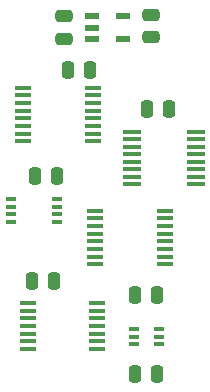
<source format=gtp>
%TF.GenerationSoftware,KiCad,Pcbnew,8.0.3*%
%TF.CreationDate,2024-06-30T20:21:57+02:00*%
%TF.ProjectId,SD Card Clock,53442043-6172-4642-9043-6c6f636b2e6b,V0*%
%TF.SameCoordinates,PX54c81a0PY37b6b20*%
%TF.FileFunction,Paste,Top*%
%TF.FilePolarity,Positive*%
%FSLAX46Y46*%
G04 Gerber Fmt 4.6, Leading zero omitted, Abs format (unit mm)*
G04 Created by KiCad (PCBNEW 8.0.3) date 2024-06-30 20:21:57*
%MOMM*%
%LPD*%
G01*
G04 APERTURE LIST*
G04 Aperture macros list*
%AMRoundRect*
0 Rectangle with rounded corners*
0 $1 Rounding radius*
0 $2 $3 $4 $5 $6 $7 $8 $9 X,Y pos of 4 corners*
0 Add a 4 corners polygon primitive as box body*
4,1,4,$2,$3,$4,$5,$6,$7,$8,$9,$2,$3,0*
0 Add four circle primitives for the rounded corners*
1,1,$1+$1,$2,$3*
1,1,$1+$1,$4,$5*
1,1,$1+$1,$6,$7*
1,1,$1+$1,$8,$9*
0 Add four rect primitives between the rounded corners*
20,1,$1+$1,$2,$3,$4,$5,0*
20,1,$1+$1,$4,$5,$6,$7,0*
20,1,$1+$1,$6,$7,$8,$9,0*
20,1,$1+$1,$8,$9,$2,$3,0*%
G04 Aperture macros list end*
%ADD10RoundRect,0.250000X0.475000X-0.250000X0.475000X0.250000X-0.475000X0.250000X-0.475000X-0.250000X0*%
%ADD11R,0.875000X0.450000*%
%ADD12R,0.950000X0.450000*%
%ADD13R,1.475000X0.450000*%
%ADD14R,1.450000X0.450000*%
%ADD15R,1.525000X0.430000*%
%ADD16RoundRect,0.250000X0.250000X0.475000X-0.250000X0.475000X-0.250000X-0.475000X0.250000X-0.475000X0*%
%ADD17R,1.150000X0.600000*%
G04 APERTURE END LIST*
D10*
%TO.C,C11*%
X15113000Y1860000D03*
X15113000Y3760000D03*
%TD*%
%TO.C,C10*%
X7747000Y1733000D03*
X7747000Y3633000D03*
%TD*%
D11*
%TO.C,IC7*%
X13670000Y-22845000D03*
X13670000Y-23495000D03*
X13670000Y-24145000D03*
X15794000Y-24145000D03*
X15794000Y-23495000D03*
X15794000Y-22845000D03*
%TD*%
D12*
%TO.C,IC6*%
X3232000Y-11852000D03*
X3232000Y-12502000D03*
X3232000Y-13152000D03*
X3232000Y-13802000D03*
X7182000Y-13802000D03*
X7182000Y-13152000D03*
X7182000Y-12502000D03*
X7182000Y-11852000D03*
%TD*%
D13*
%TO.C,IC5*%
X10558000Y-20656000D03*
X10558000Y-21306000D03*
X10558000Y-21956000D03*
X10558000Y-22606000D03*
X10558000Y-23256000D03*
X10558000Y-23906000D03*
X10558000Y-24556000D03*
X4682000Y-24556000D03*
X4682000Y-23906000D03*
X4682000Y-23256000D03*
X4682000Y-22606000D03*
X4682000Y-21956000D03*
X4682000Y-21306000D03*
X4682000Y-20656000D03*
%TD*%
D14*
%TO.C,IC4*%
X10164000Y-2424000D03*
X10164000Y-3074000D03*
X10164000Y-3724000D03*
X10164000Y-4374000D03*
X10164000Y-5024000D03*
X10164000Y-5674000D03*
X10164000Y-6324000D03*
X10164000Y-6974000D03*
X4314000Y-6974000D03*
X4314000Y-6324000D03*
X4314000Y-5674000D03*
X4314000Y-5024000D03*
X4314000Y-4374000D03*
X4314000Y-3724000D03*
X4314000Y-3074000D03*
X4314000Y-2424000D03*
%TD*%
%TO.C,IC3*%
X16260000Y-12838000D03*
X16260000Y-13488000D03*
X16260000Y-14138000D03*
X16260000Y-14788000D03*
X16260000Y-15438000D03*
X16260000Y-16088000D03*
X16260000Y-16738000D03*
X16260000Y-17388000D03*
X10410000Y-17388000D03*
X10410000Y-16738000D03*
X10410000Y-16088000D03*
X10410000Y-15438000D03*
X10410000Y-14788000D03*
X10410000Y-14138000D03*
X10410000Y-13488000D03*
X10410000Y-12838000D03*
%TD*%
D15*
%TO.C,IC2*%
X18968000Y-6160000D03*
X18968000Y-6794000D03*
X18968000Y-7430000D03*
X18968000Y-8064000D03*
X18968000Y-8700000D03*
X18968000Y-9334000D03*
X18968000Y-9970000D03*
X18968000Y-10604000D03*
X13544000Y-10604000D03*
X13544000Y-9970000D03*
X13544000Y-9334000D03*
X13544000Y-8700000D03*
X13544000Y-8064000D03*
X13544000Y-7430000D03*
X13544000Y-6794000D03*
X13544000Y-6160000D03*
%TD*%
D16*
%TO.C,C6*%
X9951000Y-889000D03*
X8051000Y-889000D03*
%TD*%
%TO.C,C5*%
X16682000Y-4191000D03*
X14782000Y-4191000D03*
%TD*%
%TO.C,C4*%
X7157000Y-9906000D03*
X5257000Y-9906000D03*
%TD*%
%TO.C,C3*%
X15666000Y-19939000D03*
X13766000Y-19939000D03*
%TD*%
%TO.C,C2*%
X6903000Y-18796000D03*
X5003000Y-18796000D03*
%TD*%
%TO.C,C1*%
X15666000Y-26670000D03*
X13766000Y-26670000D03*
%TD*%
D17*
%TO.C,IC1*%
X10130000Y3617000D03*
X10130000Y2667000D03*
X10130000Y1717000D03*
X12730000Y1717000D03*
X12730000Y3617000D03*
%TD*%
M02*

</source>
